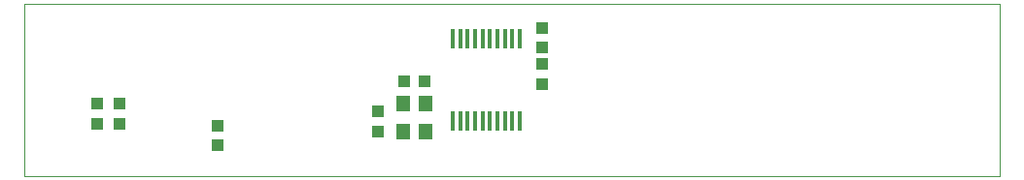
<source format=gbp>
G75*
%MOIN*%
%OFA0B0*%
%FSLAX25Y25*%
%IPPOS*%
%LPD*%
%AMOC8*
5,1,8,0,0,1.08239X$1,22.5*
%
%ADD10C,0.00000*%
%ADD11R,0.04252X0.04134*%
%ADD12R,0.01772X0.06890*%
%ADD13R,0.04331X0.03937*%
%ADD14R,0.04134X0.04252*%
%ADD15R,0.04724X0.05512*%
D10*
X0002265Y0032362D02*
X0002265Y0091417D01*
X0336910Y0091417D01*
X0336910Y0032362D01*
X0002265Y0032362D01*
D11*
X0027265Y0050167D03*
X0034765Y0050167D03*
X0034765Y0057057D03*
X0027265Y0057057D03*
X0123515Y0054557D03*
X0123515Y0047667D03*
X0179765Y0063917D03*
X0179765Y0070807D03*
X0179765Y0076417D03*
X0179765Y0083307D03*
D12*
X0172265Y0079655D03*
X0169706Y0079655D03*
X0167146Y0079655D03*
X0164587Y0079655D03*
X0162028Y0079655D03*
X0159469Y0079655D03*
X0156910Y0079655D03*
X0154351Y0079655D03*
X0151792Y0079655D03*
X0149233Y0079655D03*
X0149233Y0051112D03*
X0151792Y0051112D03*
X0154351Y0051112D03*
X0156910Y0051112D03*
X0159469Y0051112D03*
X0162028Y0051112D03*
X0164587Y0051112D03*
X0167146Y0051112D03*
X0169706Y0051112D03*
X0172265Y0051112D03*
D13*
X0068515Y0049459D03*
X0068515Y0042766D03*
D14*
X0132570Y0064862D03*
X0139459Y0064862D03*
D15*
X0139755Y0057087D03*
X0132274Y0057087D03*
X0132274Y0047638D03*
X0139755Y0047638D03*
M02*

</source>
